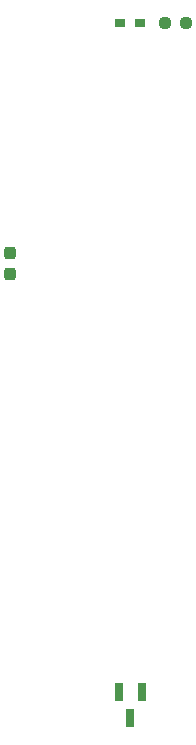
<source format=gbr>
G04 #@! TF.GenerationSoftware,KiCad,Pcbnew,8.0.4+dfsg-1*
G04 #@! TF.CreationDate,2024-12-10T10:29:57+09:00*
G04 #@! TF.ProjectId,bionic-mc6800,62696f6e-6963-42d6-9d63-363830302e6b,5*
G04 #@! TF.SameCoordinates,Original*
G04 #@! TF.FileFunction,Paste,Top*
G04 #@! TF.FilePolarity,Positive*
%FSLAX46Y46*%
G04 Gerber Fmt 4.6, Leading zero omitted, Abs format (unit mm)*
G04 Created by KiCad (PCBNEW 8.0.4+dfsg-1) date 2024-12-10 10:29:57*
%MOMM*%
%LPD*%
G01*
G04 APERTURE LIST*
G04 Aperture macros list*
%AMRoundRect*
0 Rectangle with rounded corners*
0 $1 Rounding radius*
0 $2 $3 $4 $5 $6 $7 $8 $9 X,Y pos of 4 corners*
0 Add a 4 corners polygon primitive as box body*
4,1,4,$2,$3,$4,$5,$6,$7,$8,$9,$2,$3,0*
0 Add four circle primitives for the rounded corners*
1,1,$1+$1,$2,$3*
1,1,$1+$1,$4,$5*
1,1,$1+$1,$6,$7*
1,1,$1+$1,$8,$9*
0 Add four rect primitives between the rounded corners*
20,1,$1+$1,$2,$3,$4,$5,0*
20,1,$1+$1,$4,$5,$6,$7,0*
20,1,$1+$1,$6,$7,$8,$9,0*
20,1,$1+$1,$8,$9,$2,$3,0*%
G04 Aperture macros list end*
%ADD10R,0.965200X0.762000*%
%ADD11RoundRect,0.237500X-0.250000X-0.237500X0.250000X-0.237500X0.250000X0.237500X-0.250000X0.237500X0*%
%ADD12R,0.660400X1.625600*%
%ADD13RoundRect,0.237500X0.237500X-0.300000X0.237500X0.300000X-0.237500X0.300000X-0.237500X-0.300000X0*%
G04 APERTURE END LIST*
D10*
X114563600Y-71651000D03*
X112811000Y-71651000D03*
D11*
X116597500Y-71651000D03*
X118422500Y-71651000D03*
D12*
X114650001Y-128320000D03*
X112749999Y-128320000D03*
X113700000Y-130452000D03*
D13*
X103540000Y-92858900D03*
X103540000Y-91133900D03*
M02*

</source>
